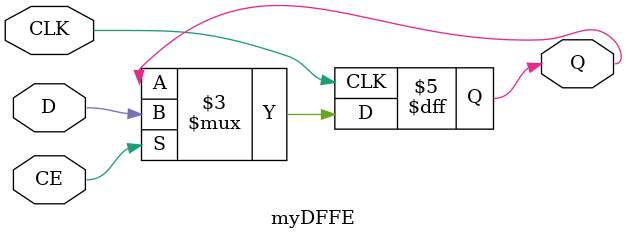
<source format=v>
module myDFFE (output reg Q, input D, CLK, CE);
	parameter [0:0] INIT = 1'b0;
	initial Q = INIT;
	always @(posedge CLK) begin
		if (CE)
			Q <= D;
	end
endmodule
</source>
